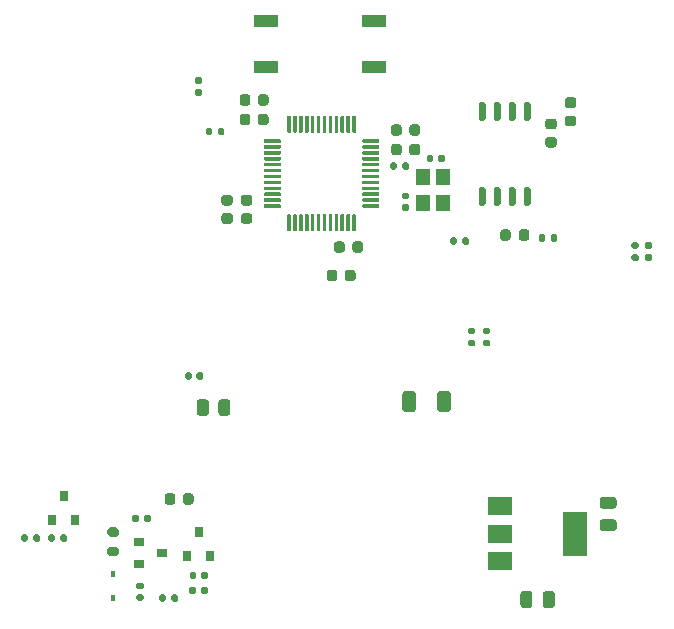
<source format=gbr>
%TF.GenerationSoftware,KiCad,Pcbnew,(5.1.9)-1*%
%TF.CreationDate,2024-04-03T16:53:24+03:00*%
%TF.ProjectId,jantteri_left,6a616e74-7465-4726-995f-6c6566742e6b,rev?*%
%TF.SameCoordinates,Original*%
%TF.FileFunction,Paste,Top*%
%TF.FilePolarity,Positive*%
%FSLAX46Y46*%
G04 Gerber Fmt 4.6, Leading zero omitted, Abs format (unit mm)*
G04 Created by KiCad (PCBNEW (5.1.9)-1) date 2024-04-03 16:53:24*
%MOMM*%
%LPD*%
G01*
G04 APERTURE LIST*
%ADD10R,2.000000X1.000000*%
%ADD11R,2.000000X3.800000*%
%ADD12R,2.000000X1.500000*%
%ADD13R,1.200000X1.400000*%
%ADD14R,0.450000X0.600000*%
%ADD15R,0.800000X0.900000*%
%ADD16R,0.900000X0.800000*%
G04 APERTURE END LIST*
D10*
%TO.C,SW1*%
X165133999Y-40497386D03*
X155933999Y-40497386D03*
X155933999Y-44397386D03*
X165133999Y-44397386D03*
%TD*%
%TO.C,U2*%
G36*
G01*
X165557999Y-56088393D02*
X165557999Y-56238393D01*
G75*
G02*
X165482999Y-56313393I-75000J0D01*
G01*
X164157999Y-56313393D01*
G75*
G02*
X164082999Y-56238393I0J75000D01*
G01*
X164082999Y-56088393D01*
G75*
G02*
X164157999Y-56013393I75000J0D01*
G01*
X165482999Y-56013393D01*
G75*
G02*
X165557999Y-56088393I0J-75000D01*
G01*
G37*
G36*
G01*
X165557999Y-55588393D02*
X165557999Y-55738393D01*
G75*
G02*
X165482999Y-55813393I-75000J0D01*
G01*
X164157999Y-55813393D01*
G75*
G02*
X164082999Y-55738393I0J75000D01*
G01*
X164082999Y-55588393D01*
G75*
G02*
X164157999Y-55513393I75000J0D01*
G01*
X165482999Y-55513393D01*
G75*
G02*
X165557999Y-55588393I0J-75000D01*
G01*
G37*
G36*
G01*
X165557999Y-55088393D02*
X165557999Y-55238393D01*
G75*
G02*
X165482999Y-55313393I-75000J0D01*
G01*
X164157999Y-55313393D01*
G75*
G02*
X164082999Y-55238393I0J75000D01*
G01*
X164082999Y-55088393D01*
G75*
G02*
X164157999Y-55013393I75000J0D01*
G01*
X165482999Y-55013393D01*
G75*
G02*
X165557999Y-55088393I0J-75000D01*
G01*
G37*
G36*
G01*
X165557999Y-54588393D02*
X165557999Y-54738393D01*
G75*
G02*
X165482999Y-54813393I-75000J0D01*
G01*
X164157999Y-54813393D01*
G75*
G02*
X164082999Y-54738393I0J75000D01*
G01*
X164082999Y-54588393D01*
G75*
G02*
X164157999Y-54513393I75000J0D01*
G01*
X165482999Y-54513393D01*
G75*
G02*
X165557999Y-54588393I0J-75000D01*
G01*
G37*
G36*
G01*
X165557999Y-54088393D02*
X165557999Y-54238393D01*
G75*
G02*
X165482999Y-54313393I-75000J0D01*
G01*
X164157999Y-54313393D01*
G75*
G02*
X164082999Y-54238393I0J75000D01*
G01*
X164082999Y-54088393D01*
G75*
G02*
X164157999Y-54013393I75000J0D01*
G01*
X165482999Y-54013393D01*
G75*
G02*
X165557999Y-54088393I0J-75000D01*
G01*
G37*
G36*
G01*
X165557999Y-53588393D02*
X165557999Y-53738393D01*
G75*
G02*
X165482999Y-53813393I-75000J0D01*
G01*
X164157999Y-53813393D01*
G75*
G02*
X164082999Y-53738393I0J75000D01*
G01*
X164082999Y-53588393D01*
G75*
G02*
X164157999Y-53513393I75000J0D01*
G01*
X165482999Y-53513393D01*
G75*
G02*
X165557999Y-53588393I0J-75000D01*
G01*
G37*
G36*
G01*
X165557999Y-53088393D02*
X165557999Y-53238393D01*
G75*
G02*
X165482999Y-53313393I-75000J0D01*
G01*
X164157999Y-53313393D01*
G75*
G02*
X164082999Y-53238393I0J75000D01*
G01*
X164082999Y-53088393D01*
G75*
G02*
X164157999Y-53013393I75000J0D01*
G01*
X165482999Y-53013393D01*
G75*
G02*
X165557999Y-53088393I0J-75000D01*
G01*
G37*
G36*
G01*
X165557999Y-52588393D02*
X165557999Y-52738393D01*
G75*
G02*
X165482999Y-52813393I-75000J0D01*
G01*
X164157999Y-52813393D01*
G75*
G02*
X164082999Y-52738393I0J75000D01*
G01*
X164082999Y-52588393D01*
G75*
G02*
X164157999Y-52513393I75000J0D01*
G01*
X165482999Y-52513393D01*
G75*
G02*
X165557999Y-52588393I0J-75000D01*
G01*
G37*
G36*
G01*
X165557999Y-52088393D02*
X165557999Y-52238393D01*
G75*
G02*
X165482999Y-52313393I-75000J0D01*
G01*
X164157999Y-52313393D01*
G75*
G02*
X164082999Y-52238393I0J75000D01*
G01*
X164082999Y-52088393D01*
G75*
G02*
X164157999Y-52013393I75000J0D01*
G01*
X165482999Y-52013393D01*
G75*
G02*
X165557999Y-52088393I0J-75000D01*
G01*
G37*
G36*
G01*
X165557999Y-51588393D02*
X165557999Y-51738393D01*
G75*
G02*
X165482999Y-51813393I-75000J0D01*
G01*
X164157999Y-51813393D01*
G75*
G02*
X164082999Y-51738393I0J75000D01*
G01*
X164082999Y-51588393D01*
G75*
G02*
X164157999Y-51513393I75000J0D01*
G01*
X165482999Y-51513393D01*
G75*
G02*
X165557999Y-51588393I0J-75000D01*
G01*
G37*
G36*
G01*
X165557999Y-51088393D02*
X165557999Y-51238393D01*
G75*
G02*
X165482999Y-51313393I-75000J0D01*
G01*
X164157999Y-51313393D01*
G75*
G02*
X164082999Y-51238393I0J75000D01*
G01*
X164082999Y-51088393D01*
G75*
G02*
X164157999Y-51013393I75000J0D01*
G01*
X165482999Y-51013393D01*
G75*
G02*
X165557999Y-51088393I0J-75000D01*
G01*
G37*
G36*
G01*
X165557999Y-50588393D02*
X165557999Y-50738393D01*
G75*
G02*
X165482999Y-50813393I-75000J0D01*
G01*
X164157999Y-50813393D01*
G75*
G02*
X164082999Y-50738393I0J75000D01*
G01*
X164082999Y-50588393D01*
G75*
G02*
X164157999Y-50513393I75000J0D01*
G01*
X165482999Y-50513393D01*
G75*
G02*
X165557999Y-50588393I0J-75000D01*
G01*
G37*
G36*
G01*
X163557999Y-48588393D02*
X163557999Y-49913393D01*
G75*
G02*
X163482999Y-49988393I-75000J0D01*
G01*
X163332999Y-49988393D01*
G75*
G02*
X163257999Y-49913393I0J75000D01*
G01*
X163257999Y-48588393D01*
G75*
G02*
X163332999Y-48513393I75000J0D01*
G01*
X163482999Y-48513393D01*
G75*
G02*
X163557999Y-48588393I0J-75000D01*
G01*
G37*
G36*
G01*
X163057999Y-48588393D02*
X163057999Y-49913393D01*
G75*
G02*
X162982999Y-49988393I-75000J0D01*
G01*
X162832999Y-49988393D01*
G75*
G02*
X162757999Y-49913393I0J75000D01*
G01*
X162757999Y-48588393D01*
G75*
G02*
X162832999Y-48513393I75000J0D01*
G01*
X162982999Y-48513393D01*
G75*
G02*
X163057999Y-48588393I0J-75000D01*
G01*
G37*
G36*
G01*
X162557999Y-48588393D02*
X162557999Y-49913393D01*
G75*
G02*
X162482999Y-49988393I-75000J0D01*
G01*
X162332999Y-49988393D01*
G75*
G02*
X162257999Y-49913393I0J75000D01*
G01*
X162257999Y-48588393D01*
G75*
G02*
X162332999Y-48513393I75000J0D01*
G01*
X162482999Y-48513393D01*
G75*
G02*
X162557999Y-48588393I0J-75000D01*
G01*
G37*
G36*
G01*
X162057999Y-48588393D02*
X162057999Y-49913393D01*
G75*
G02*
X161982999Y-49988393I-75000J0D01*
G01*
X161832999Y-49988393D01*
G75*
G02*
X161757999Y-49913393I0J75000D01*
G01*
X161757999Y-48588393D01*
G75*
G02*
X161832999Y-48513393I75000J0D01*
G01*
X161982999Y-48513393D01*
G75*
G02*
X162057999Y-48588393I0J-75000D01*
G01*
G37*
G36*
G01*
X161557999Y-48588393D02*
X161557999Y-49913393D01*
G75*
G02*
X161482999Y-49988393I-75000J0D01*
G01*
X161332999Y-49988393D01*
G75*
G02*
X161257999Y-49913393I0J75000D01*
G01*
X161257999Y-48588393D01*
G75*
G02*
X161332999Y-48513393I75000J0D01*
G01*
X161482999Y-48513393D01*
G75*
G02*
X161557999Y-48588393I0J-75000D01*
G01*
G37*
G36*
G01*
X161057999Y-48588393D02*
X161057999Y-49913393D01*
G75*
G02*
X160982999Y-49988393I-75000J0D01*
G01*
X160832999Y-49988393D01*
G75*
G02*
X160757999Y-49913393I0J75000D01*
G01*
X160757999Y-48588393D01*
G75*
G02*
X160832999Y-48513393I75000J0D01*
G01*
X160982999Y-48513393D01*
G75*
G02*
X161057999Y-48588393I0J-75000D01*
G01*
G37*
G36*
G01*
X160557999Y-48588393D02*
X160557999Y-49913393D01*
G75*
G02*
X160482999Y-49988393I-75000J0D01*
G01*
X160332999Y-49988393D01*
G75*
G02*
X160257999Y-49913393I0J75000D01*
G01*
X160257999Y-48588393D01*
G75*
G02*
X160332999Y-48513393I75000J0D01*
G01*
X160482999Y-48513393D01*
G75*
G02*
X160557999Y-48588393I0J-75000D01*
G01*
G37*
G36*
G01*
X160057999Y-48588393D02*
X160057999Y-49913393D01*
G75*
G02*
X159982999Y-49988393I-75000J0D01*
G01*
X159832999Y-49988393D01*
G75*
G02*
X159757999Y-49913393I0J75000D01*
G01*
X159757999Y-48588393D01*
G75*
G02*
X159832999Y-48513393I75000J0D01*
G01*
X159982999Y-48513393D01*
G75*
G02*
X160057999Y-48588393I0J-75000D01*
G01*
G37*
G36*
G01*
X159557999Y-48588393D02*
X159557999Y-49913393D01*
G75*
G02*
X159482999Y-49988393I-75000J0D01*
G01*
X159332999Y-49988393D01*
G75*
G02*
X159257999Y-49913393I0J75000D01*
G01*
X159257999Y-48588393D01*
G75*
G02*
X159332999Y-48513393I75000J0D01*
G01*
X159482999Y-48513393D01*
G75*
G02*
X159557999Y-48588393I0J-75000D01*
G01*
G37*
G36*
G01*
X159057999Y-48588393D02*
X159057999Y-49913393D01*
G75*
G02*
X158982999Y-49988393I-75000J0D01*
G01*
X158832999Y-49988393D01*
G75*
G02*
X158757999Y-49913393I0J75000D01*
G01*
X158757999Y-48588393D01*
G75*
G02*
X158832999Y-48513393I75000J0D01*
G01*
X158982999Y-48513393D01*
G75*
G02*
X159057999Y-48588393I0J-75000D01*
G01*
G37*
G36*
G01*
X158557999Y-48588393D02*
X158557999Y-49913393D01*
G75*
G02*
X158482999Y-49988393I-75000J0D01*
G01*
X158332999Y-49988393D01*
G75*
G02*
X158257999Y-49913393I0J75000D01*
G01*
X158257999Y-48588393D01*
G75*
G02*
X158332999Y-48513393I75000J0D01*
G01*
X158482999Y-48513393D01*
G75*
G02*
X158557999Y-48588393I0J-75000D01*
G01*
G37*
G36*
G01*
X158057999Y-48588393D02*
X158057999Y-49913393D01*
G75*
G02*
X157982999Y-49988393I-75000J0D01*
G01*
X157832999Y-49988393D01*
G75*
G02*
X157757999Y-49913393I0J75000D01*
G01*
X157757999Y-48588393D01*
G75*
G02*
X157832999Y-48513393I75000J0D01*
G01*
X157982999Y-48513393D01*
G75*
G02*
X158057999Y-48588393I0J-75000D01*
G01*
G37*
G36*
G01*
X157232999Y-50588393D02*
X157232999Y-50738393D01*
G75*
G02*
X157157999Y-50813393I-75000J0D01*
G01*
X155832999Y-50813393D01*
G75*
G02*
X155757999Y-50738393I0J75000D01*
G01*
X155757999Y-50588393D01*
G75*
G02*
X155832999Y-50513393I75000J0D01*
G01*
X157157999Y-50513393D01*
G75*
G02*
X157232999Y-50588393I0J-75000D01*
G01*
G37*
G36*
G01*
X157232999Y-51088393D02*
X157232999Y-51238393D01*
G75*
G02*
X157157999Y-51313393I-75000J0D01*
G01*
X155832999Y-51313393D01*
G75*
G02*
X155757999Y-51238393I0J75000D01*
G01*
X155757999Y-51088393D01*
G75*
G02*
X155832999Y-51013393I75000J0D01*
G01*
X157157999Y-51013393D01*
G75*
G02*
X157232999Y-51088393I0J-75000D01*
G01*
G37*
G36*
G01*
X157232999Y-51588393D02*
X157232999Y-51738393D01*
G75*
G02*
X157157999Y-51813393I-75000J0D01*
G01*
X155832999Y-51813393D01*
G75*
G02*
X155757999Y-51738393I0J75000D01*
G01*
X155757999Y-51588393D01*
G75*
G02*
X155832999Y-51513393I75000J0D01*
G01*
X157157999Y-51513393D01*
G75*
G02*
X157232999Y-51588393I0J-75000D01*
G01*
G37*
G36*
G01*
X157232999Y-52088393D02*
X157232999Y-52238393D01*
G75*
G02*
X157157999Y-52313393I-75000J0D01*
G01*
X155832999Y-52313393D01*
G75*
G02*
X155757999Y-52238393I0J75000D01*
G01*
X155757999Y-52088393D01*
G75*
G02*
X155832999Y-52013393I75000J0D01*
G01*
X157157999Y-52013393D01*
G75*
G02*
X157232999Y-52088393I0J-75000D01*
G01*
G37*
G36*
G01*
X157232999Y-52588393D02*
X157232999Y-52738393D01*
G75*
G02*
X157157999Y-52813393I-75000J0D01*
G01*
X155832999Y-52813393D01*
G75*
G02*
X155757999Y-52738393I0J75000D01*
G01*
X155757999Y-52588393D01*
G75*
G02*
X155832999Y-52513393I75000J0D01*
G01*
X157157999Y-52513393D01*
G75*
G02*
X157232999Y-52588393I0J-75000D01*
G01*
G37*
G36*
G01*
X157232999Y-53088393D02*
X157232999Y-53238393D01*
G75*
G02*
X157157999Y-53313393I-75000J0D01*
G01*
X155832999Y-53313393D01*
G75*
G02*
X155757999Y-53238393I0J75000D01*
G01*
X155757999Y-53088393D01*
G75*
G02*
X155832999Y-53013393I75000J0D01*
G01*
X157157999Y-53013393D01*
G75*
G02*
X157232999Y-53088393I0J-75000D01*
G01*
G37*
G36*
G01*
X157232999Y-53588393D02*
X157232999Y-53738393D01*
G75*
G02*
X157157999Y-53813393I-75000J0D01*
G01*
X155832999Y-53813393D01*
G75*
G02*
X155757999Y-53738393I0J75000D01*
G01*
X155757999Y-53588393D01*
G75*
G02*
X155832999Y-53513393I75000J0D01*
G01*
X157157999Y-53513393D01*
G75*
G02*
X157232999Y-53588393I0J-75000D01*
G01*
G37*
G36*
G01*
X157232999Y-54088393D02*
X157232999Y-54238393D01*
G75*
G02*
X157157999Y-54313393I-75000J0D01*
G01*
X155832999Y-54313393D01*
G75*
G02*
X155757999Y-54238393I0J75000D01*
G01*
X155757999Y-54088393D01*
G75*
G02*
X155832999Y-54013393I75000J0D01*
G01*
X157157999Y-54013393D01*
G75*
G02*
X157232999Y-54088393I0J-75000D01*
G01*
G37*
G36*
G01*
X157232999Y-54588393D02*
X157232999Y-54738393D01*
G75*
G02*
X157157999Y-54813393I-75000J0D01*
G01*
X155832999Y-54813393D01*
G75*
G02*
X155757999Y-54738393I0J75000D01*
G01*
X155757999Y-54588393D01*
G75*
G02*
X155832999Y-54513393I75000J0D01*
G01*
X157157999Y-54513393D01*
G75*
G02*
X157232999Y-54588393I0J-75000D01*
G01*
G37*
G36*
G01*
X157232999Y-55088393D02*
X157232999Y-55238393D01*
G75*
G02*
X157157999Y-55313393I-75000J0D01*
G01*
X155832999Y-55313393D01*
G75*
G02*
X155757999Y-55238393I0J75000D01*
G01*
X155757999Y-55088393D01*
G75*
G02*
X155832999Y-55013393I75000J0D01*
G01*
X157157999Y-55013393D01*
G75*
G02*
X157232999Y-55088393I0J-75000D01*
G01*
G37*
G36*
G01*
X157232999Y-55588393D02*
X157232999Y-55738393D01*
G75*
G02*
X157157999Y-55813393I-75000J0D01*
G01*
X155832999Y-55813393D01*
G75*
G02*
X155757999Y-55738393I0J75000D01*
G01*
X155757999Y-55588393D01*
G75*
G02*
X155832999Y-55513393I75000J0D01*
G01*
X157157999Y-55513393D01*
G75*
G02*
X157232999Y-55588393I0J-75000D01*
G01*
G37*
G36*
G01*
X157232999Y-56088393D02*
X157232999Y-56238393D01*
G75*
G02*
X157157999Y-56313393I-75000J0D01*
G01*
X155832999Y-56313393D01*
G75*
G02*
X155757999Y-56238393I0J75000D01*
G01*
X155757999Y-56088393D01*
G75*
G02*
X155832999Y-56013393I75000J0D01*
G01*
X157157999Y-56013393D01*
G75*
G02*
X157232999Y-56088393I0J-75000D01*
G01*
G37*
G36*
G01*
X158057999Y-56913393D02*
X158057999Y-58238393D01*
G75*
G02*
X157982999Y-58313393I-75000J0D01*
G01*
X157832999Y-58313393D01*
G75*
G02*
X157757999Y-58238393I0J75000D01*
G01*
X157757999Y-56913393D01*
G75*
G02*
X157832999Y-56838393I75000J0D01*
G01*
X157982999Y-56838393D01*
G75*
G02*
X158057999Y-56913393I0J-75000D01*
G01*
G37*
G36*
G01*
X158557999Y-56913393D02*
X158557999Y-58238393D01*
G75*
G02*
X158482999Y-58313393I-75000J0D01*
G01*
X158332999Y-58313393D01*
G75*
G02*
X158257999Y-58238393I0J75000D01*
G01*
X158257999Y-56913393D01*
G75*
G02*
X158332999Y-56838393I75000J0D01*
G01*
X158482999Y-56838393D01*
G75*
G02*
X158557999Y-56913393I0J-75000D01*
G01*
G37*
G36*
G01*
X159057999Y-56913393D02*
X159057999Y-58238393D01*
G75*
G02*
X158982999Y-58313393I-75000J0D01*
G01*
X158832999Y-58313393D01*
G75*
G02*
X158757999Y-58238393I0J75000D01*
G01*
X158757999Y-56913393D01*
G75*
G02*
X158832999Y-56838393I75000J0D01*
G01*
X158982999Y-56838393D01*
G75*
G02*
X159057999Y-56913393I0J-75000D01*
G01*
G37*
G36*
G01*
X159557999Y-56913393D02*
X159557999Y-58238393D01*
G75*
G02*
X159482999Y-58313393I-75000J0D01*
G01*
X159332999Y-58313393D01*
G75*
G02*
X159257999Y-58238393I0J75000D01*
G01*
X159257999Y-56913393D01*
G75*
G02*
X159332999Y-56838393I75000J0D01*
G01*
X159482999Y-56838393D01*
G75*
G02*
X159557999Y-56913393I0J-75000D01*
G01*
G37*
G36*
G01*
X160057999Y-56913393D02*
X160057999Y-58238393D01*
G75*
G02*
X159982999Y-58313393I-75000J0D01*
G01*
X159832999Y-58313393D01*
G75*
G02*
X159757999Y-58238393I0J75000D01*
G01*
X159757999Y-56913393D01*
G75*
G02*
X159832999Y-56838393I75000J0D01*
G01*
X159982999Y-56838393D01*
G75*
G02*
X160057999Y-56913393I0J-75000D01*
G01*
G37*
G36*
G01*
X160557999Y-56913393D02*
X160557999Y-58238393D01*
G75*
G02*
X160482999Y-58313393I-75000J0D01*
G01*
X160332999Y-58313393D01*
G75*
G02*
X160257999Y-58238393I0J75000D01*
G01*
X160257999Y-56913393D01*
G75*
G02*
X160332999Y-56838393I75000J0D01*
G01*
X160482999Y-56838393D01*
G75*
G02*
X160557999Y-56913393I0J-75000D01*
G01*
G37*
G36*
G01*
X161057999Y-56913393D02*
X161057999Y-58238393D01*
G75*
G02*
X160982999Y-58313393I-75000J0D01*
G01*
X160832999Y-58313393D01*
G75*
G02*
X160757999Y-58238393I0J75000D01*
G01*
X160757999Y-56913393D01*
G75*
G02*
X160832999Y-56838393I75000J0D01*
G01*
X160982999Y-56838393D01*
G75*
G02*
X161057999Y-56913393I0J-75000D01*
G01*
G37*
G36*
G01*
X161557999Y-56913393D02*
X161557999Y-58238393D01*
G75*
G02*
X161482999Y-58313393I-75000J0D01*
G01*
X161332999Y-58313393D01*
G75*
G02*
X161257999Y-58238393I0J75000D01*
G01*
X161257999Y-56913393D01*
G75*
G02*
X161332999Y-56838393I75000J0D01*
G01*
X161482999Y-56838393D01*
G75*
G02*
X161557999Y-56913393I0J-75000D01*
G01*
G37*
G36*
G01*
X162057999Y-56913393D02*
X162057999Y-58238393D01*
G75*
G02*
X161982999Y-58313393I-75000J0D01*
G01*
X161832999Y-58313393D01*
G75*
G02*
X161757999Y-58238393I0J75000D01*
G01*
X161757999Y-56913393D01*
G75*
G02*
X161832999Y-56838393I75000J0D01*
G01*
X161982999Y-56838393D01*
G75*
G02*
X162057999Y-56913393I0J-75000D01*
G01*
G37*
G36*
G01*
X162557999Y-56913393D02*
X162557999Y-58238393D01*
G75*
G02*
X162482999Y-58313393I-75000J0D01*
G01*
X162332999Y-58313393D01*
G75*
G02*
X162257999Y-58238393I0J75000D01*
G01*
X162257999Y-56913393D01*
G75*
G02*
X162332999Y-56838393I75000J0D01*
G01*
X162482999Y-56838393D01*
G75*
G02*
X162557999Y-56913393I0J-75000D01*
G01*
G37*
G36*
G01*
X163057999Y-56913393D02*
X163057999Y-58238393D01*
G75*
G02*
X162982999Y-58313393I-75000J0D01*
G01*
X162832999Y-58313393D01*
G75*
G02*
X162757999Y-58238393I0J75000D01*
G01*
X162757999Y-56913393D01*
G75*
G02*
X162832999Y-56838393I75000J0D01*
G01*
X162982999Y-56838393D01*
G75*
G02*
X163057999Y-56913393I0J-75000D01*
G01*
G37*
G36*
G01*
X163557999Y-56913393D02*
X163557999Y-58238393D01*
G75*
G02*
X163482999Y-58313393I-75000J0D01*
G01*
X163332999Y-58313393D01*
G75*
G02*
X163257999Y-58238393I0J75000D01*
G01*
X163257999Y-56913393D01*
G75*
G02*
X163332999Y-56838393I75000J0D01*
G01*
X163482999Y-56838393D01*
G75*
G02*
X163557999Y-56913393I0J-75000D01*
G01*
G37*
%TD*%
%TO.C,C4*%
G36*
G01*
X171597999Y-72067392D02*
X171597999Y-73367394D01*
G75*
G02*
X171348000Y-73617393I-249999J0D01*
G01*
X170697998Y-73617393D01*
G75*
G02*
X170447999Y-73367394I0J249999D01*
G01*
X170447999Y-72067392D01*
G75*
G02*
X170697998Y-71817393I249999J0D01*
G01*
X171348000Y-71817393D01*
G75*
G02*
X171597999Y-72067392I0J-249999D01*
G01*
G37*
G36*
G01*
X168647999Y-72067392D02*
X168647999Y-73367394D01*
G75*
G02*
X168398000Y-73617393I-249999J0D01*
G01*
X167747998Y-73617393D01*
G75*
G02*
X167497999Y-73367394I0J249999D01*
G01*
X167497999Y-72067392D01*
G75*
G02*
X167747998Y-71817393I249999J0D01*
G01*
X168398000Y-71817393D01*
G75*
G02*
X168647999Y-72067392I0J-249999D01*
G01*
G37*
%TD*%
%TO.C,C5*%
G36*
G01*
X166544999Y-51631393D02*
X166544999Y-51131393D01*
G75*
G02*
X166769999Y-50906393I225000J0D01*
G01*
X167219999Y-50906393D01*
G75*
G02*
X167444999Y-51131393I0J-225000D01*
G01*
X167444999Y-51631393D01*
G75*
G02*
X167219999Y-51856393I-225000J0D01*
G01*
X166769999Y-51856393D01*
G75*
G02*
X166544999Y-51631393I0J225000D01*
G01*
G37*
G36*
G01*
X168094999Y-51631393D02*
X168094999Y-51131393D01*
G75*
G02*
X168319999Y-50906393I225000J0D01*
G01*
X168769999Y-50906393D01*
G75*
G02*
X168994999Y-51131393I0J-225000D01*
G01*
X168994999Y-51631393D01*
G75*
G02*
X168769999Y-51856393I-225000J0D01*
G01*
X168319999Y-51856393D01*
G75*
G02*
X168094999Y-51631393I0J225000D01*
G01*
G37*
%TD*%
%TO.C,C6*%
G36*
G01*
X166544999Y-49980393D02*
X166544999Y-49480393D01*
G75*
G02*
X166769999Y-49255393I225000J0D01*
G01*
X167219999Y-49255393D01*
G75*
G02*
X167444999Y-49480393I0J-225000D01*
G01*
X167444999Y-49980393D01*
G75*
G02*
X167219999Y-50205393I-225000J0D01*
G01*
X166769999Y-50205393D01*
G75*
G02*
X166544999Y-49980393I0J225000D01*
G01*
G37*
G36*
G01*
X168094999Y-49980393D02*
X168094999Y-49480393D01*
G75*
G02*
X168319999Y-49255393I225000J0D01*
G01*
X168769999Y-49255393D01*
G75*
G02*
X168994999Y-49480393I0J-225000D01*
G01*
X168994999Y-49980393D01*
G75*
G02*
X168769999Y-50205393I-225000J0D01*
G01*
X168319999Y-50205393D01*
G75*
G02*
X168094999Y-49980393I0J225000D01*
G01*
G37*
%TD*%
%TO.C,C7*%
G36*
G01*
X154617999Y-48591393D02*
X154617999Y-49091393D01*
G75*
G02*
X154392999Y-49316393I-225000J0D01*
G01*
X153942999Y-49316393D01*
G75*
G02*
X153717999Y-49091393I0J225000D01*
G01*
X153717999Y-48591393D01*
G75*
G02*
X153942999Y-48366393I225000J0D01*
G01*
X154392999Y-48366393D01*
G75*
G02*
X154617999Y-48591393I0J-225000D01*
G01*
G37*
G36*
G01*
X156167999Y-48591393D02*
X156167999Y-49091393D01*
G75*
G02*
X155942999Y-49316393I-225000J0D01*
G01*
X155492999Y-49316393D01*
G75*
G02*
X155267999Y-49091393I0J225000D01*
G01*
X155267999Y-48591393D01*
G75*
G02*
X155492999Y-48366393I225000J0D01*
G01*
X155942999Y-48366393D01*
G75*
G02*
X156167999Y-48591393I0J-225000D01*
G01*
G37*
%TD*%
%TO.C,C8*%
G36*
G01*
X156167999Y-46940393D02*
X156167999Y-47440393D01*
G75*
G02*
X155942999Y-47665393I-225000J0D01*
G01*
X155492999Y-47665393D01*
G75*
G02*
X155267999Y-47440393I0J225000D01*
G01*
X155267999Y-46940393D01*
G75*
G02*
X155492999Y-46715393I225000J0D01*
G01*
X155942999Y-46715393D01*
G75*
G02*
X156167999Y-46940393I0J-225000D01*
G01*
G37*
G36*
G01*
X154617999Y-46940393D02*
X154617999Y-47440393D01*
G75*
G02*
X154392999Y-47665393I-225000J0D01*
G01*
X153942999Y-47665393D01*
G75*
G02*
X153717999Y-47440393I0J225000D01*
G01*
X153717999Y-46940393D01*
G75*
G02*
X153942999Y-46715393I225000J0D01*
G01*
X154392999Y-46715393D01*
G75*
G02*
X154617999Y-46940393I0J-225000D01*
G01*
G37*
%TD*%
%TO.C,C9*%
G36*
G01*
X162618999Y-59386393D02*
X162618999Y-59886393D01*
G75*
G02*
X162393999Y-60111393I-225000J0D01*
G01*
X161943999Y-60111393D01*
G75*
G02*
X161718999Y-59886393I0J225000D01*
G01*
X161718999Y-59386393D01*
G75*
G02*
X161943999Y-59161393I225000J0D01*
G01*
X162393999Y-59161393D01*
G75*
G02*
X162618999Y-59386393I0J-225000D01*
G01*
G37*
G36*
G01*
X164168999Y-59386393D02*
X164168999Y-59886393D01*
G75*
G02*
X163943999Y-60111393I-225000J0D01*
G01*
X163493999Y-60111393D01*
G75*
G02*
X163268999Y-59886393I0J225000D01*
G01*
X163268999Y-59386393D01*
G75*
G02*
X163493999Y-59161393I225000J0D01*
G01*
X163943999Y-59161393D01*
G75*
G02*
X164168999Y-59386393I0J-225000D01*
G01*
G37*
%TD*%
%TO.C,C10*%
G36*
G01*
X163533999Y-61799393D02*
X163533999Y-62299393D01*
G75*
G02*
X163308999Y-62524393I-225000J0D01*
G01*
X162858999Y-62524393D01*
G75*
G02*
X162633999Y-62299393I0J225000D01*
G01*
X162633999Y-61799393D01*
G75*
G02*
X162858999Y-61574393I225000J0D01*
G01*
X163308999Y-61574393D01*
G75*
G02*
X163533999Y-61799393I0J-225000D01*
G01*
G37*
G36*
G01*
X161983999Y-61799393D02*
X161983999Y-62299393D01*
G75*
G02*
X161758999Y-62524393I-225000J0D01*
G01*
X161308999Y-62524393D01*
G75*
G02*
X161083999Y-62299393I0J225000D01*
G01*
X161083999Y-61799393D01*
G75*
G02*
X161308999Y-61574393I225000J0D01*
G01*
X161758999Y-61574393D01*
G75*
G02*
X161983999Y-61799393I0J-225000D01*
G01*
G37*
%TD*%
%TO.C,C11*%
G36*
G01*
X154557999Y-56123393D02*
X154057999Y-56123393D01*
G75*
G02*
X153832999Y-55898393I0J225000D01*
G01*
X153832999Y-55448393D01*
G75*
G02*
X154057999Y-55223393I225000J0D01*
G01*
X154557999Y-55223393D01*
G75*
G02*
X154782999Y-55448393I0J-225000D01*
G01*
X154782999Y-55898393D01*
G75*
G02*
X154557999Y-56123393I-225000J0D01*
G01*
G37*
G36*
G01*
X154557999Y-57673393D02*
X154057999Y-57673393D01*
G75*
G02*
X153832999Y-57448393I0J225000D01*
G01*
X153832999Y-56998393D01*
G75*
G02*
X154057999Y-56773393I225000J0D01*
G01*
X154557999Y-56773393D01*
G75*
G02*
X154782999Y-56998393I0J-225000D01*
G01*
X154782999Y-57448393D01*
G75*
G02*
X154557999Y-57673393I-225000J0D01*
G01*
G37*
%TD*%
%TO.C,C12*%
G36*
G01*
X152906999Y-56123393D02*
X152406999Y-56123393D01*
G75*
G02*
X152181999Y-55898393I0J225000D01*
G01*
X152181999Y-55448393D01*
G75*
G02*
X152406999Y-55223393I225000J0D01*
G01*
X152906999Y-55223393D01*
G75*
G02*
X153131999Y-55448393I0J-225000D01*
G01*
X153131999Y-55898393D01*
G75*
G02*
X152906999Y-56123393I-225000J0D01*
G01*
G37*
G36*
G01*
X152906999Y-57673393D02*
X152406999Y-57673393D01*
G75*
G02*
X152181999Y-57448393I0J225000D01*
G01*
X152181999Y-56998393D01*
G75*
G02*
X152406999Y-56773393I225000J0D01*
G01*
X152906999Y-56773393D01*
G75*
G02*
X153131999Y-56998393I0J-225000D01*
G01*
X153131999Y-57448393D01*
G75*
G02*
X152906999Y-57673393I-225000J0D01*
G01*
G37*
%TD*%
%TO.C,C13*%
G36*
G01*
X167599999Y-55038393D02*
X167939999Y-55038393D01*
G75*
G02*
X168079999Y-55178393I0J-140000D01*
G01*
X168079999Y-55458393D01*
G75*
G02*
X167939999Y-55598393I-140000J0D01*
G01*
X167599999Y-55598393D01*
G75*
G02*
X167459999Y-55458393I0J140000D01*
G01*
X167459999Y-55178393D01*
G75*
G02*
X167599999Y-55038393I140000J0D01*
G01*
G37*
G36*
G01*
X167599999Y-55998393D02*
X167939999Y-55998393D01*
G75*
G02*
X168079999Y-56138393I0J-140000D01*
G01*
X168079999Y-56418393D01*
G75*
G02*
X167939999Y-56558393I-140000J0D01*
G01*
X167599999Y-56558393D01*
G75*
G02*
X167459999Y-56418393I0J140000D01*
G01*
X167459999Y-56138393D01*
G75*
G02*
X167599999Y-55998393I140000J0D01*
G01*
G37*
%TD*%
%TO.C,C14*%
G36*
G01*
X169549999Y-52313393D02*
X169549999Y-51973393D01*
G75*
G02*
X169689999Y-51833393I140000J0D01*
G01*
X169969999Y-51833393D01*
G75*
G02*
X170109999Y-51973393I0J-140000D01*
G01*
X170109999Y-52313393D01*
G75*
G02*
X169969999Y-52453393I-140000J0D01*
G01*
X169689999Y-52453393D01*
G75*
G02*
X169549999Y-52313393I0J140000D01*
G01*
G37*
G36*
G01*
X170509999Y-52313393D02*
X170509999Y-51973393D01*
G75*
G02*
X170649999Y-51833393I140000J0D01*
G01*
X170929999Y-51833393D01*
G75*
G02*
X171069999Y-51973393I0J-140000D01*
G01*
X171069999Y-52313393D01*
G75*
G02*
X170929999Y-52453393I-140000J0D01*
G01*
X170649999Y-52453393D01*
G75*
G02*
X170509999Y-52313393I0J140000D01*
G01*
G37*
%TD*%
%TO.C,C1*%
G36*
G01*
X177495999Y-89956393D02*
X177495999Y-89006393D01*
G75*
G02*
X177745999Y-88756393I250000J0D01*
G01*
X178245999Y-88756393D01*
G75*
G02*
X178495999Y-89006393I0J-250000D01*
G01*
X178495999Y-89956393D01*
G75*
G02*
X178245999Y-90206393I-250000J0D01*
G01*
X177745999Y-90206393D01*
G75*
G02*
X177495999Y-89956393I0J250000D01*
G01*
G37*
G36*
G01*
X179395999Y-89956393D02*
X179395999Y-89006393D01*
G75*
G02*
X179645999Y-88756393I250000J0D01*
G01*
X180145999Y-88756393D01*
G75*
G02*
X180395999Y-89006393I0J-250000D01*
G01*
X180395999Y-89956393D01*
G75*
G02*
X180145999Y-90206393I-250000J0D01*
G01*
X179645999Y-90206393D01*
G75*
G02*
X179395999Y-89956393I0J250000D01*
G01*
G37*
%TD*%
%TO.C,C2*%
G36*
G01*
X184439999Y-80792393D02*
X185389999Y-80792393D01*
G75*
G02*
X185639999Y-81042393I0J-250000D01*
G01*
X185639999Y-81542393D01*
G75*
G02*
X185389999Y-81792393I-250000J0D01*
G01*
X184439999Y-81792393D01*
G75*
G02*
X184189999Y-81542393I0J250000D01*
G01*
X184189999Y-81042393D01*
G75*
G02*
X184439999Y-80792393I250000J0D01*
G01*
G37*
G36*
G01*
X184439999Y-82692393D02*
X185389999Y-82692393D01*
G75*
G02*
X185639999Y-82942393I0J-250000D01*
G01*
X185639999Y-83442393D01*
G75*
G02*
X185389999Y-83692393I-250000J0D01*
G01*
X184439999Y-83692393D01*
G75*
G02*
X184189999Y-83442393I0J250000D01*
G01*
X184189999Y-82942393D01*
G75*
G02*
X184439999Y-82692393I250000J0D01*
G01*
G37*
%TD*%
%TO.C,D1*%
G36*
G01*
X178240499Y-58364143D02*
X178240499Y-58876643D01*
G75*
G02*
X178021749Y-59095393I-218750J0D01*
G01*
X177584249Y-59095393D01*
G75*
G02*
X177365499Y-58876643I0J218750D01*
G01*
X177365499Y-58364143D01*
G75*
G02*
X177584249Y-58145393I218750J0D01*
G01*
X178021749Y-58145393D01*
G75*
G02*
X178240499Y-58364143I0J-218750D01*
G01*
G37*
G36*
G01*
X176665499Y-58364143D02*
X176665499Y-58876643D01*
G75*
G02*
X176446749Y-59095393I-218750J0D01*
G01*
X176009249Y-59095393D01*
G75*
G02*
X175790499Y-58876643I0J218750D01*
G01*
X175790499Y-58364143D01*
G75*
G02*
X176009249Y-58145393I218750J0D01*
G01*
X176446749Y-58145393D01*
G75*
G02*
X176665499Y-58364143I0J-218750D01*
G01*
G37*
%TD*%
%TO.C,R6*%
G36*
G01*
X167501999Y-52963393D02*
X167501999Y-52593393D01*
G75*
G02*
X167636999Y-52458393I135000J0D01*
G01*
X167906999Y-52458393D01*
G75*
G02*
X168041999Y-52593393I0J-135000D01*
G01*
X168041999Y-52963393D01*
G75*
G02*
X167906999Y-53098393I-135000J0D01*
G01*
X167636999Y-53098393D01*
G75*
G02*
X167501999Y-52963393I0J135000D01*
G01*
G37*
G36*
G01*
X166481999Y-52963393D02*
X166481999Y-52593393D01*
G75*
G02*
X166616999Y-52458393I135000J0D01*
G01*
X166886999Y-52458393D01*
G75*
G02*
X167021999Y-52593393I0J-135000D01*
G01*
X167021999Y-52963393D01*
G75*
G02*
X166886999Y-53098393I-135000J0D01*
G01*
X166616999Y-53098393D01*
G75*
G02*
X166481999Y-52963393I0J135000D01*
G01*
G37*
%TD*%
%TO.C,R7*%
G36*
G01*
X179594999Y-58689393D02*
X179594999Y-59059393D01*
G75*
G02*
X179459999Y-59194393I-135000J0D01*
G01*
X179189999Y-59194393D01*
G75*
G02*
X179054999Y-59059393I0J135000D01*
G01*
X179054999Y-58689393D01*
G75*
G02*
X179189999Y-58554393I135000J0D01*
G01*
X179459999Y-58554393D01*
G75*
G02*
X179594999Y-58689393I0J-135000D01*
G01*
G37*
G36*
G01*
X180614999Y-58689393D02*
X180614999Y-59059393D01*
G75*
G02*
X180479999Y-59194393I-135000J0D01*
G01*
X180209999Y-59194393D01*
G75*
G02*
X180074999Y-59059393I0J135000D01*
G01*
X180074999Y-58689393D01*
G75*
G02*
X180209999Y-58554393I135000J0D01*
G01*
X180479999Y-58554393D01*
G75*
G02*
X180614999Y-58689393I0J-135000D01*
G01*
G37*
%TD*%
%TO.C,R8*%
G36*
G01*
X172579999Y-59313393D02*
X172579999Y-58943393D01*
G75*
G02*
X172714999Y-58808393I135000J0D01*
G01*
X172984999Y-58808393D01*
G75*
G02*
X173119999Y-58943393I0J-135000D01*
G01*
X173119999Y-59313393D01*
G75*
G02*
X172984999Y-59448393I-135000J0D01*
G01*
X172714999Y-59448393D01*
G75*
G02*
X172579999Y-59313393I0J135000D01*
G01*
G37*
G36*
G01*
X171559999Y-59313393D02*
X171559999Y-58943393D01*
G75*
G02*
X171694999Y-58808393I135000J0D01*
G01*
X171964999Y-58808393D01*
G75*
G02*
X172099999Y-58943393I0J-135000D01*
G01*
X172099999Y-59313393D01*
G75*
G02*
X171964999Y-59448393I-135000J0D01*
G01*
X171694999Y-59448393D01*
G75*
G02*
X171559999Y-59313393I0J135000D01*
G01*
G37*
%TD*%
%TO.C,R9*%
G36*
G01*
X150428999Y-46825393D02*
X150058999Y-46825393D01*
G75*
G02*
X149923999Y-46690393I0J135000D01*
G01*
X149923999Y-46420393D01*
G75*
G02*
X150058999Y-46285393I135000J0D01*
G01*
X150428999Y-46285393D01*
G75*
G02*
X150563999Y-46420393I0J-135000D01*
G01*
X150563999Y-46690393D01*
G75*
G02*
X150428999Y-46825393I-135000J0D01*
G01*
G37*
G36*
G01*
X150428999Y-45805393D02*
X150058999Y-45805393D01*
G75*
G02*
X149923999Y-45670393I0J135000D01*
G01*
X149923999Y-45400393D01*
G75*
G02*
X150058999Y-45265393I135000J0D01*
G01*
X150428999Y-45265393D01*
G75*
G02*
X150563999Y-45400393I0J-135000D01*
G01*
X150563999Y-45670393D01*
G75*
G02*
X150428999Y-45805393I-135000J0D01*
G01*
G37*
%TD*%
%TO.C,R5*%
G36*
G01*
X150088999Y-73675394D02*
X150088999Y-72775392D01*
G75*
G02*
X150338998Y-72525393I249999J0D01*
G01*
X150864000Y-72525393D01*
G75*
G02*
X151113999Y-72775392I0J-249999D01*
G01*
X151113999Y-73675394D01*
G75*
G02*
X150864000Y-73925393I-249999J0D01*
G01*
X150338998Y-73925393D01*
G75*
G02*
X150088999Y-73675394I0J249999D01*
G01*
G37*
G36*
G01*
X151913999Y-73675394D02*
X151913999Y-72775392D01*
G75*
G02*
X152163998Y-72525393I249999J0D01*
G01*
X152689000Y-72525393D01*
G75*
G02*
X152938999Y-72775392I0J-249999D01*
G01*
X152938999Y-73675394D01*
G75*
G02*
X152689000Y-73925393I-249999J0D01*
G01*
X152163998Y-73925393D01*
G75*
G02*
X151913999Y-73675394I0J249999D01*
G01*
G37*
%TD*%
D11*
%TO.C,U1*%
X182095999Y-83893393D03*
D12*
X175795999Y-83893393D03*
X175795999Y-86193393D03*
X175795999Y-81593393D03*
%TD*%
D13*
%TO.C,Y1*%
X170905999Y-55910393D03*
X170905999Y-53710393D03*
X169205999Y-53710393D03*
X169205999Y-55910393D03*
%TD*%
%TO.C,C3*%
G36*
G01*
X150622999Y-70388393D02*
X150622999Y-70728393D01*
G75*
G02*
X150482999Y-70868393I-140000J0D01*
G01*
X150202999Y-70868393D01*
G75*
G02*
X150062999Y-70728393I0J140000D01*
G01*
X150062999Y-70388393D01*
G75*
G02*
X150202999Y-70248393I140000J0D01*
G01*
X150482999Y-70248393D01*
G75*
G02*
X150622999Y-70388393I0J-140000D01*
G01*
G37*
G36*
G01*
X149662999Y-70388393D02*
X149662999Y-70728393D01*
G75*
G02*
X149522999Y-70868393I-140000J0D01*
G01*
X149242999Y-70868393D01*
G75*
G02*
X149102999Y-70728393I0J140000D01*
G01*
X149102999Y-70388393D01*
G75*
G02*
X149242999Y-70248393I140000J0D01*
G01*
X149522999Y-70248393D01*
G75*
G02*
X149662999Y-70388393I0J-140000D01*
G01*
G37*
%TD*%
%TO.C,C17*%
G36*
G01*
X150043999Y-87279393D02*
X150043999Y-87619393D01*
G75*
G02*
X149903999Y-87759393I-140000J0D01*
G01*
X149623999Y-87759393D01*
G75*
G02*
X149483999Y-87619393I0J140000D01*
G01*
X149483999Y-87279393D01*
G75*
G02*
X149623999Y-87139393I140000J0D01*
G01*
X149903999Y-87139393D01*
G75*
G02*
X150043999Y-87279393I0J-140000D01*
G01*
G37*
G36*
G01*
X151003999Y-87279393D02*
X151003999Y-87619393D01*
G75*
G02*
X150863999Y-87759393I-140000J0D01*
G01*
X150583999Y-87759393D01*
G75*
G02*
X150443999Y-87619393I0J140000D01*
G01*
X150443999Y-87279393D01*
G75*
G02*
X150583999Y-87139393I140000J0D01*
G01*
X150863999Y-87139393D01*
G75*
G02*
X151003999Y-87279393I0J-140000D01*
G01*
G37*
%TD*%
%TO.C,C18*%
G36*
G01*
X145460999Y-89578393D02*
X145120999Y-89578393D01*
G75*
G02*
X144980999Y-89438393I0J140000D01*
G01*
X144980999Y-89158393D01*
G75*
G02*
X145120999Y-89018393I140000J0D01*
G01*
X145460999Y-89018393D01*
G75*
G02*
X145600999Y-89158393I0J-140000D01*
G01*
X145600999Y-89438393D01*
G75*
G02*
X145460999Y-89578393I-140000J0D01*
G01*
G37*
G36*
G01*
X145460999Y-88618393D02*
X145120999Y-88618393D01*
G75*
G02*
X144980999Y-88478393I0J140000D01*
G01*
X144980999Y-88198393D01*
G75*
G02*
X145120999Y-88058393I140000J0D01*
G01*
X145460999Y-88058393D01*
G75*
G02*
X145600999Y-88198393I0J-140000D01*
G01*
X145600999Y-88478393D01*
G75*
G02*
X145460999Y-88618393I-140000J0D01*
G01*
G37*
%TD*%
%TO.C,C19*%
G36*
G01*
X149817999Y-80722393D02*
X149817999Y-81222393D01*
G75*
G02*
X149592999Y-81447393I-225000J0D01*
G01*
X149142999Y-81447393D01*
G75*
G02*
X148917999Y-81222393I0J225000D01*
G01*
X148917999Y-80722393D01*
G75*
G02*
X149142999Y-80497393I225000J0D01*
G01*
X149592999Y-80497393D01*
G75*
G02*
X149817999Y-80722393I0J-225000D01*
G01*
G37*
G36*
G01*
X148267999Y-80722393D02*
X148267999Y-81222393D01*
G75*
G02*
X148042999Y-81447393I-225000J0D01*
G01*
X147592999Y-81447393D01*
G75*
G02*
X147367999Y-81222393I0J225000D01*
G01*
X147367999Y-80722393D01*
G75*
G02*
X147592999Y-80497393I225000J0D01*
G01*
X148042999Y-80497393D01*
G75*
G02*
X148267999Y-80722393I0J-225000D01*
G01*
G37*
%TD*%
D14*
%TO.C,D3*%
X143004999Y-89388393D03*
X143004999Y-87288393D03*
%TD*%
D15*
%TO.C,Q1*%
X137863999Y-82734393D03*
X139763999Y-82734393D03*
X138813999Y-80734393D03*
%TD*%
%TO.C,Q2*%
X149293999Y-85782393D03*
X151193999Y-85782393D03*
X150243999Y-83782393D03*
%TD*%
D16*
%TO.C,Q3*%
X147179999Y-85544393D03*
X145179999Y-86494393D03*
X145179999Y-84594393D03*
%TD*%
%TO.C,R1*%
G36*
G01*
X137525999Y-84459393D02*
X137525999Y-84089393D01*
G75*
G02*
X137660999Y-83954393I135000J0D01*
G01*
X137930999Y-83954393D01*
G75*
G02*
X138065999Y-84089393I0J-135000D01*
G01*
X138065999Y-84459393D01*
G75*
G02*
X137930999Y-84594393I-135000J0D01*
G01*
X137660999Y-84594393D01*
G75*
G02*
X137525999Y-84459393I0J135000D01*
G01*
G37*
G36*
G01*
X138545999Y-84459393D02*
X138545999Y-84089393D01*
G75*
G02*
X138680999Y-83954393I135000J0D01*
G01*
X138950999Y-83954393D01*
G75*
G02*
X139085999Y-84089393I0J-135000D01*
G01*
X139085999Y-84459393D01*
G75*
G02*
X138950999Y-84594393I-135000J0D01*
G01*
X138680999Y-84594393D01*
G75*
G02*
X138545999Y-84459393I0J135000D01*
G01*
G37*
%TD*%
%TO.C,R2*%
G36*
G01*
X136259999Y-84459393D02*
X136259999Y-84089393D01*
G75*
G02*
X136394999Y-83954393I135000J0D01*
G01*
X136664999Y-83954393D01*
G75*
G02*
X136799999Y-84089393I0J-135000D01*
G01*
X136799999Y-84459393D01*
G75*
G02*
X136664999Y-84594393I-135000J0D01*
G01*
X136394999Y-84594393D01*
G75*
G02*
X136259999Y-84459393I0J135000D01*
G01*
G37*
G36*
G01*
X135239999Y-84459393D02*
X135239999Y-84089393D01*
G75*
G02*
X135374999Y-83954393I135000J0D01*
G01*
X135644999Y-83954393D01*
G75*
G02*
X135779999Y-84089393I0J-135000D01*
G01*
X135779999Y-84459393D01*
G75*
G02*
X135644999Y-84594393I-135000J0D01*
G01*
X135374999Y-84594393D01*
G75*
G02*
X135239999Y-84459393I0J135000D01*
G01*
G37*
%TD*%
%TO.C,R3*%
G36*
G01*
X188158999Y-59237393D02*
X188528999Y-59237393D01*
G75*
G02*
X188663999Y-59372393I0J-135000D01*
G01*
X188663999Y-59642393D01*
G75*
G02*
X188528999Y-59777393I-135000J0D01*
G01*
X188158999Y-59777393D01*
G75*
G02*
X188023999Y-59642393I0J135000D01*
G01*
X188023999Y-59372393D01*
G75*
G02*
X188158999Y-59237393I135000J0D01*
G01*
G37*
G36*
G01*
X188158999Y-60257393D02*
X188528999Y-60257393D01*
G75*
G02*
X188663999Y-60392393I0J-135000D01*
G01*
X188663999Y-60662393D01*
G75*
G02*
X188528999Y-60797393I-135000J0D01*
G01*
X188158999Y-60797393D01*
G75*
G02*
X188023999Y-60662393I0J135000D01*
G01*
X188023999Y-60392393D01*
G75*
G02*
X188158999Y-60257393I135000J0D01*
G01*
G37*
%TD*%
%TO.C,R4*%
G36*
G01*
X187385999Y-59777393D02*
X187015999Y-59777393D01*
G75*
G02*
X186880999Y-59642393I0J135000D01*
G01*
X186880999Y-59372393D01*
G75*
G02*
X187015999Y-59237393I135000J0D01*
G01*
X187385999Y-59237393D01*
G75*
G02*
X187520999Y-59372393I0J-135000D01*
G01*
X187520999Y-59642393D01*
G75*
G02*
X187385999Y-59777393I-135000J0D01*
G01*
G37*
G36*
G01*
X187385999Y-60797393D02*
X187015999Y-60797393D01*
G75*
G02*
X186880999Y-60662393I0J135000D01*
G01*
X186880999Y-60392393D01*
G75*
G02*
X187015999Y-60257393I135000J0D01*
G01*
X187385999Y-60257393D01*
G75*
G02*
X187520999Y-60392393I0J-135000D01*
G01*
X187520999Y-60662393D01*
G75*
G02*
X187385999Y-60797393I-135000J0D01*
G01*
G37*
%TD*%
%TO.C,R10*%
G36*
G01*
X150483999Y-88904393D02*
X150483999Y-88534393D01*
G75*
G02*
X150618999Y-88399393I135000J0D01*
G01*
X150888999Y-88399393D01*
G75*
G02*
X151023999Y-88534393I0J-135000D01*
G01*
X151023999Y-88904393D01*
G75*
G02*
X150888999Y-89039393I-135000J0D01*
G01*
X150618999Y-89039393D01*
G75*
G02*
X150483999Y-88904393I0J135000D01*
G01*
G37*
G36*
G01*
X149463999Y-88904393D02*
X149463999Y-88534393D01*
G75*
G02*
X149598999Y-88399393I135000J0D01*
G01*
X149868999Y-88399393D01*
G75*
G02*
X150003999Y-88534393I0J-135000D01*
G01*
X150003999Y-88904393D01*
G75*
G02*
X149868999Y-89039393I-135000J0D01*
G01*
X149598999Y-89039393D01*
G75*
G02*
X149463999Y-88904393I0J135000D01*
G01*
G37*
%TD*%
%TO.C,R11*%
G36*
G01*
X146923999Y-89539393D02*
X146923999Y-89169393D01*
G75*
G02*
X147058999Y-89034393I135000J0D01*
G01*
X147328999Y-89034393D01*
G75*
G02*
X147463999Y-89169393I0J-135000D01*
G01*
X147463999Y-89539393D01*
G75*
G02*
X147328999Y-89674393I-135000J0D01*
G01*
X147058999Y-89674393D01*
G75*
G02*
X146923999Y-89539393I0J135000D01*
G01*
G37*
G36*
G01*
X147943999Y-89539393D02*
X147943999Y-89169393D01*
G75*
G02*
X148078999Y-89034393I135000J0D01*
G01*
X148348999Y-89034393D01*
G75*
G02*
X148483999Y-89169393I0J-135000D01*
G01*
X148483999Y-89539393D01*
G75*
G02*
X148348999Y-89674393I-135000J0D01*
G01*
X148078999Y-89674393D01*
G75*
G02*
X147943999Y-89539393I0J135000D01*
G01*
G37*
%TD*%
%TO.C,R12*%
G36*
G01*
X144637999Y-82808393D02*
X144637999Y-82438393D01*
G75*
G02*
X144772999Y-82303393I135000J0D01*
G01*
X145042999Y-82303393D01*
G75*
G02*
X145177999Y-82438393I0J-135000D01*
G01*
X145177999Y-82808393D01*
G75*
G02*
X145042999Y-82943393I-135000J0D01*
G01*
X144772999Y-82943393D01*
G75*
G02*
X144637999Y-82808393I0J135000D01*
G01*
G37*
G36*
G01*
X145657999Y-82808393D02*
X145657999Y-82438393D01*
G75*
G02*
X145792999Y-82303393I135000J0D01*
G01*
X146062999Y-82303393D01*
G75*
G02*
X146197999Y-82438393I0J-135000D01*
G01*
X146197999Y-82808393D01*
G75*
G02*
X146062999Y-82943393I-135000J0D01*
G01*
X145792999Y-82943393D01*
G75*
G02*
X145657999Y-82808393I0J135000D01*
G01*
G37*
%TD*%
%TO.C,R13*%
G36*
G01*
X143279999Y-85817393D02*
X142729999Y-85817393D01*
G75*
G02*
X142529999Y-85617393I0J200000D01*
G01*
X142529999Y-85217393D01*
G75*
G02*
X142729999Y-85017393I200000J0D01*
G01*
X143279999Y-85017393D01*
G75*
G02*
X143479999Y-85217393I0J-200000D01*
G01*
X143479999Y-85617393D01*
G75*
G02*
X143279999Y-85817393I-200000J0D01*
G01*
G37*
G36*
G01*
X143279999Y-84167393D02*
X142729999Y-84167393D01*
G75*
G02*
X142529999Y-83967393I0J200000D01*
G01*
X142529999Y-83567393D01*
G75*
G02*
X142729999Y-83367393I200000J0D01*
G01*
X143279999Y-83367393D01*
G75*
G02*
X143479999Y-83567393I0J-200000D01*
G01*
X143479999Y-83967393D01*
G75*
G02*
X143279999Y-84167393I-200000J0D01*
G01*
G37*
%TD*%
%TO.C,C20*%
G36*
G01*
X181989999Y-47868393D02*
X181489999Y-47868393D01*
G75*
G02*
X181264999Y-47643393I0J225000D01*
G01*
X181264999Y-47193393D01*
G75*
G02*
X181489999Y-46968393I225000J0D01*
G01*
X181989999Y-46968393D01*
G75*
G02*
X182214999Y-47193393I0J-225000D01*
G01*
X182214999Y-47643393D01*
G75*
G02*
X181989999Y-47868393I-225000J0D01*
G01*
G37*
G36*
G01*
X181989999Y-49418393D02*
X181489999Y-49418393D01*
G75*
G02*
X181264999Y-49193393I0J225000D01*
G01*
X181264999Y-48743393D01*
G75*
G02*
X181489999Y-48518393I225000J0D01*
G01*
X181989999Y-48518393D01*
G75*
G02*
X182214999Y-48743393I0J-225000D01*
G01*
X182214999Y-49193393D01*
G75*
G02*
X181989999Y-49418393I-225000J0D01*
G01*
G37*
%TD*%
%TO.C,C21*%
G36*
G01*
X179838999Y-48759393D02*
X180338999Y-48759393D01*
G75*
G02*
X180563999Y-48984393I0J-225000D01*
G01*
X180563999Y-49434393D01*
G75*
G02*
X180338999Y-49659393I-225000J0D01*
G01*
X179838999Y-49659393D01*
G75*
G02*
X179613999Y-49434393I0J225000D01*
G01*
X179613999Y-48984393D01*
G75*
G02*
X179838999Y-48759393I225000J0D01*
G01*
G37*
G36*
G01*
X179838999Y-50309393D02*
X180338999Y-50309393D01*
G75*
G02*
X180563999Y-50534393I0J-225000D01*
G01*
X180563999Y-50984393D01*
G75*
G02*
X180338999Y-51209393I-225000J0D01*
G01*
X179838999Y-51209393D01*
G75*
G02*
X179613999Y-50984393I0J225000D01*
G01*
X179613999Y-50534393D01*
G75*
G02*
X179838999Y-50309393I225000J0D01*
G01*
G37*
%TD*%
%TO.C,U4*%
G36*
G01*
X174396999Y-56162393D02*
X174096999Y-56162393D01*
G75*
G02*
X173946999Y-56012393I0J150000D01*
G01*
X173946999Y-54712393D01*
G75*
G02*
X174096999Y-54562393I150000J0D01*
G01*
X174396999Y-54562393D01*
G75*
G02*
X174546999Y-54712393I0J-150000D01*
G01*
X174546999Y-56012393D01*
G75*
G02*
X174396999Y-56162393I-150000J0D01*
G01*
G37*
G36*
G01*
X175666999Y-56162393D02*
X175366999Y-56162393D01*
G75*
G02*
X175216999Y-56012393I0J150000D01*
G01*
X175216999Y-54712393D01*
G75*
G02*
X175366999Y-54562393I150000J0D01*
G01*
X175666999Y-54562393D01*
G75*
G02*
X175816999Y-54712393I0J-150000D01*
G01*
X175816999Y-56012393D01*
G75*
G02*
X175666999Y-56162393I-150000J0D01*
G01*
G37*
G36*
G01*
X176936999Y-56162393D02*
X176636999Y-56162393D01*
G75*
G02*
X176486999Y-56012393I0J150000D01*
G01*
X176486999Y-54712393D01*
G75*
G02*
X176636999Y-54562393I150000J0D01*
G01*
X176936999Y-54562393D01*
G75*
G02*
X177086999Y-54712393I0J-150000D01*
G01*
X177086999Y-56012393D01*
G75*
G02*
X176936999Y-56162393I-150000J0D01*
G01*
G37*
G36*
G01*
X178206999Y-56162393D02*
X177906999Y-56162393D01*
G75*
G02*
X177756999Y-56012393I0J150000D01*
G01*
X177756999Y-54712393D01*
G75*
G02*
X177906999Y-54562393I150000J0D01*
G01*
X178206999Y-54562393D01*
G75*
G02*
X178356999Y-54712393I0J-150000D01*
G01*
X178356999Y-56012393D01*
G75*
G02*
X178206999Y-56162393I-150000J0D01*
G01*
G37*
G36*
G01*
X178206999Y-48962393D02*
X177906999Y-48962393D01*
G75*
G02*
X177756999Y-48812393I0J150000D01*
G01*
X177756999Y-47512393D01*
G75*
G02*
X177906999Y-47362393I150000J0D01*
G01*
X178206999Y-47362393D01*
G75*
G02*
X178356999Y-47512393I0J-150000D01*
G01*
X178356999Y-48812393D01*
G75*
G02*
X178206999Y-48962393I-150000J0D01*
G01*
G37*
G36*
G01*
X176936999Y-48962393D02*
X176636999Y-48962393D01*
G75*
G02*
X176486999Y-48812393I0J150000D01*
G01*
X176486999Y-47512393D01*
G75*
G02*
X176636999Y-47362393I150000J0D01*
G01*
X176936999Y-47362393D01*
G75*
G02*
X177086999Y-47512393I0J-150000D01*
G01*
X177086999Y-48812393D01*
G75*
G02*
X176936999Y-48962393I-150000J0D01*
G01*
G37*
G36*
G01*
X175666999Y-48962393D02*
X175366999Y-48962393D01*
G75*
G02*
X175216999Y-48812393I0J150000D01*
G01*
X175216999Y-47512393D01*
G75*
G02*
X175366999Y-47362393I150000J0D01*
G01*
X175666999Y-47362393D01*
G75*
G02*
X175816999Y-47512393I0J-150000D01*
G01*
X175816999Y-48812393D01*
G75*
G02*
X175666999Y-48962393I-150000J0D01*
G01*
G37*
G36*
G01*
X174396999Y-48962393D02*
X174096999Y-48962393D01*
G75*
G02*
X173946999Y-48812393I0J150000D01*
G01*
X173946999Y-47512393D01*
G75*
G02*
X174096999Y-47362393I150000J0D01*
G01*
X174396999Y-47362393D01*
G75*
G02*
X174546999Y-47512393I0J-150000D01*
G01*
X174546999Y-48812393D01*
G75*
G02*
X174396999Y-48962393I-150000J0D01*
G01*
G37*
%TD*%
%TO.C,R14*%
G36*
G01*
X173542999Y-67014393D02*
X173172999Y-67014393D01*
G75*
G02*
X173037999Y-66879393I0J135000D01*
G01*
X173037999Y-66609393D01*
G75*
G02*
X173172999Y-66474393I135000J0D01*
G01*
X173542999Y-66474393D01*
G75*
G02*
X173677999Y-66609393I0J-135000D01*
G01*
X173677999Y-66879393D01*
G75*
G02*
X173542999Y-67014393I-135000J0D01*
G01*
G37*
G36*
G01*
X173542999Y-68034393D02*
X173172999Y-68034393D01*
G75*
G02*
X173037999Y-67899393I0J135000D01*
G01*
X173037999Y-67629393D01*
G75*
G02*
X173172999Y-67494393I135000J0D01*
G01*
X173542999Y-67494393D01*
G75*
G02*
X173677999Y-67629393I0J-135000D01*
G01*
X173677999Y-67899393D01*
G75*
G02*
X173542999Y-68034393I-135000J0D01*
G01*
G37*
%TD*%
%TO.C,R15*%
G36*
G01*
X174812999Y-67014393D02*
X174442999Y-67014393D01*
G75*
G02*
X174307999Y-66879393I0J135000D01*
G01*
X174307999Y-66609393D01*
G75*
G02*
X174442999Y-66474393I135000J0D01*
G01*
X174812999Y-66474393D01*
G75*
G02*
X174947999Y-66609393I0J-135000D01*
G01*
X174947999Y-66879393D01*
G75*
G02*
X174812999Y-67014393I-135000J0D01*
G01*
G37*
G36*
G01*
X174812999Y-68034393D02*
X174442999Y-68034393D01*
G75*
G02*
X174307999Y-67899393I0J135000D01*
G01*
X174307999Y-67629393D01*
G75*
G02*
X174442999Y-67494393I135000J0D01*
G01*
X174812999Y-67494393D01*
G75*
G02*
X174947999Y-67629393I0J-135000D01*
G01*
X174947999Y-67899393D01*
G75*
G02*
X174812999Y-68034393I-135000J0D01*
G01*
G37*
%TD*%
%TO.C,R16*%
G36*
G01*
X150860999Y-50042393D02*
X150860999Y-49672393D01*
G75*
G02*
X150995999Y-49537393I135000J0D01*
G01*
X151265999Y-49537393D01*
G75*
G02*
X151400999Y-49672393I0J-135000D01*
G01*
X151400999Y-50042393D01*
G75*
G02*
X151265999Y-50177393I-135000J0D01*
G01*
X150995999Y-50177393D01*
G75*
G02*
X150860999Y-50042393I0J135000D01*
G01*
G37*
G36*
G01*
X151880999Y-50042393D02*
X151880999Y-49672393D01*
G75*
G02*
X152015999Y-49537393I135000J0D01*
G01*
X152285999Y-49537393D01*
G75*
G02*
X152420999Y-49672393I0J-135000D01*
G01*
X152420999Y-50042393D01*
G75*
G02*
X152285999Y-50177393I-135000J0D01*
G01*
X152015999Y-50177393D01*
G75*
G02*
X151880999Y-50042393I0J135000D01*
G01*
G37*
%TD*%
M02*

</source>
